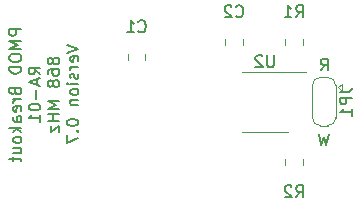
<source format=gbr>
%TF.GenerationSoftware,KiCad,Pcbnew,7.0.10*%
%TF.CreationDate,2024-01-17T20:15:58+01:00*%
%TF.ProjectId,RA01_868,52413031-5f38-4363-982e-6b696361645f,rev?*%
%TF.SameCoordinates,Original*%
%TF.FileFunction,Legend,Bot*%
%TF.FilePolarity,Positive*%
%FSLAX46Y46*%
G04 Gerber Fmt 4.6, Leading zero omitted, Abs format (unit mm)*
G04 Created by KiCad (PCBNEW 7.0.10) date 2024-01-17 20:15:58*
%MOMM*%
%LPD*%
G01*
G04 APERTURE LIST*
%ADD10C,0.150000*%
%ADD11C,0.120000*%
G04 APERTURE END LIST*
D10*
X120419819Y-43371190D02*
X119419819Y-43371190D01*
X119419819Y-43371190D02*
X119419819Y-43752142D01*
X119419819Y-43752142D02*
X119467438Y-43847380D01*
X119467438Y-43847380D02*
X119515057Y-43894999D01*
X119515057Y-43894999D02*
X119610295Y-43942618D01*
X119610295Y-43942618D02*
X119753152Y-43942618D01*
X119753152Y-43942618D02*
X119848390Y-43894999D01*
X119848390Y-43894999D02*
X119896009Y-43847380D01*
X119896009Y-43847380D02*
X119943628Y-43752142D01*
X119943628Y-43752142D02*
X119943628Y-43371190D01*
X120419819Y-44371190D02*
X119419819Y-44371190D01*
X119419819Y-44371190D02*
X120134104Y-44704523D01*
X120134104Y-44704523D02*
X119419819Y-45037856D01*
X119419819Y-45037856D02*
X120419819Y-45037856D01*
X119419819Y-45704523D02*
X119419819Y-45894999D01*
X119419819Y-45894999D02*
X119467438Y-45990237D01*
X119467438Y-45990237D02*
X119562676Y-46085475D01*
X119562676Y-46085475D02*
X119753152Y-46133094D01*
X119753152Y-46133094D02*
X120086485Y-46133094D01*
X120086485Y-46133094D02*
X120276961Y-46085475D01*
X120276961Y-46085475D02*
X120372200Y-45990237D01*
X120372200Y-45990237D02*
X120419819Y-45894999D01*
X120419819Y-45894999D02*
X120419819Y-45704523D01*
X120419819Y-45704523D02*
X120372200Y-45609285D01*
X120372200Y-45609285D02*
X120276961Y-45514047D01*
X120276961Y-45514047D02*
X120086485Y-45466428D01*
X120086485Y-45466428D02*
X119753152Y-45466428D01*
X119753152Y-45466428D02*
X119562676Y-45514047D01*
X119562676Y-45514047D02*
X119467438Y-45609285D01*
X119467438Y-45609285D02*
X119419819Y-45704523D01*
X120419819Y-46561666D02*
X119419819Y-46561666D01*
X119419819Y-46561666D02*
X119419819Y-46799761D01*
X119419819Y-46799761D02*
X119467438Y-46942618D01*
X119467438Y-46942618D02*
X119562676Y-47037856D01*
X119562676Y-47037856D02*
X119657914Y-47085475D01*
X119657914Y-47085475D02*
X119848390Y-47133094D01*
X119848390Y-47133094D02*
X119991247Y-47133094D01*
X119991247Y-47133094D02*
X120181723Y-47085475D01*
X120181723Y-47085475D02*
X120276961Y-47037856D01*
X120276961Y-47037856D02*
X120372200Y-46942618D01*
X120372200Y-46942618D02*
X120419819Y-46799761D01*
X120419819Y-46799761D02*
X120419819Y-46561666D01*
X119896009Y-48656904D02*
X119943628Y-48799761D01*
X119943628Y-48799761D02*
X119991247Y-48847380D01*
X119991247Y-48847380D02*
X120086485Y-48894999D01*
X120086485Y-48894999D02*
X120229342Y-48894999D01*
X120229342Y-48894999D02*
X120324580Y-48847380D01*
X120324580Y-48847380D02*
X120372200Y-48799761D01*
X120372200Y-48799761D02*
X120419819Y-48704523D01*
X120419819Y-48704523D02*
X120419819Y-48323571D01*
X120419819Y-48323571D02*
X119419819Y-48323571D01*
X119419819Y-48323571D02*
X119419819Y-48656904D01*
X119419819Y-48656904D02*
X119467438Y-48752142D01*
X119467438Y-48752142D02*
X119515057Y-48799761D01*
X119515057Y-48799761D02*
X119610295Y-48847380D01*
X119610295Y-48847380D02*
X119705533Y-48847380D01*
X119705533Y-48847380D02*
X119800771Y-48799761D01*
X119800771Y-48799761D02*
X119848390Y-48752142D01*
X119848390Y-48752142D02*
X119896009Y-48656904D01*
X119896009Y-48656904D02*
X119896009Y-48323571D01*
X120419819Y-49323571D02*
X119753152Y-49323571D01*
X119943628Y-49323571D02*
X119848390Y-49371190D01*
X119848390Y-49371190D02*
X119800771Y-49418809D01*
X119800771Y-49418809D02*
X119753152Y-49514047D01*
X119753152Y-49514047D02*
X119753152Y-49609285D01*
X120372200Y-50323571D02*
X120419819Y-50228333D01*
X120419819Y-50228333D02*
X120419819Y-50037857D01*
X120419819Y-50037857D02*
X120372200Y-49942619D01*
X120372200Y-49942619D02*
X120276961Y-49895000D01*
X120276961Y-49895000D02*
X119896009Y-49895000D01*
X119896009Y-49895000D02*
X119800771Y-49942619D01*
X119800771Y-49942619D02*
X119753152Y-50037857D01*
X119753152Y-50037857D02*
X119753152Y-50228333D01*
X119753152Y-50228333D02*
X119800771Y-50323571D01*
X119800771Y-50323571D02*
X119896009Y-50371190D01*
X119896009Y-50371190D02*
X119991247Y-50371190D01*
X119991247Y-50371190D02*
X120086485Y-49895000D01*
X120419819Y-51228333D02*
X119896009Y-51228333D01*
X119896009Y-51228333D02*
X119800771Y-51180714D01*
X119800771Y-51180714D02*
X119753152Y-51085476D01*
X119753152Y-51085476D02*
X119753152Y-50895000D01*
X119753152Y-50895000D02*
X119800771Y-50799762D01*
X120372200Y-51228333D02*
X120419819Y-51133095D01*
X120419819Y-51133095D02*
X120419819Y-50895000D01*
X120419819Y-50895000D02*
X120372200Y-50799762D01*
X120372200Y-50799762D02*
X120276961Y-50752143D01*
X120276961Y-50752143D02*
X120181723Y-50752143D01*
X120181723Y-50752143D02*
X120086485Y-50799762D01*
X120086485Y-50799762D02*
X120038866Y-50895000D01*
X120038866Y-50895000D02*
X120038866Y-51133095D01*
X120038866Y-51133095D02*
X119991247Y-51228333D01*
X120419819Y-51704524D02*
X119419819Y-51704524D01*
X120038866Y-51799762D02*
X120419819Y-52085476D01*
X119753152Y-52085476D02*
X120134104Y-51704524D01*
X120419819Y-52656905D02*
X120372200Y-52561667D01*
X120372200Y-52561667D02*
X120324580Y-52514048D01*
X120324580Y-52514048D02*
X120229342Y-52466429D01*
X120229342Y-52466429D02*
X119943628Y-52466429D01*
X119943628Y-52466429D02*
X119848390Y-52514048D01*
X119848390Y-52514048D02*
X119800771Y-52561667D01*
X119800771Y-52561667D02*
X119753152Y-52656905D01*
X119753152Y-52656905D02*
X119753152Y-52799762D01*
X119753152Y-52799762D02*
X119800771Y-52895000D01*
X119800771Y-52895000D02*
X119848390Y-52942619D01*
X119848390Y-52942619D02*
X119943628Y-52990238D01*
X119943628Y-52990238D02*
X120229342Y-52990238D01*
X120229342Y-52990238D02*
X120324580Y-52942619D01*
X120324580Y-52942619D02*
X120372200Y-52895000D01*
X120372200Y-52895000D02*
X120419819Y-52799762D01*
X120419819Y-52799762D02*
X120419819Y-52656905D01*
X119753152Y-53847381D02*
X120419819Y-53847381D01*
X119753152Y-53418810D02*
X120276961Y-53418810D01*
X120276961Y-53418810D02*
X120372200Y-53466429D01*
X120372200Y-53466429D02*
X120419819Y-53561667D01*
X120419819Y-53561667D02*
X120419819Y-53704524D01*
X120419819Y-53704524D02*
X120372200Y-53799762D01*
X120372200Y-53799762D02*
X120324580Y-53847381D01*
X119753152Y-54180715D02*
X119753152Y-54561667D01*
X119419819Y-54323572D02*
X120276961Y-54323572D01*
X120276961Y-54323572D02*
X120372200Y-54371191D01*
X120372200Y-54371191D02*
X120419819Y-54466429D01*
X120419819Y-54466429D02*
X120419819Y-54561667D01*
X122029819Y-47204523D02*
X121553628Y-46871190D01*
X122029819Y-46633095D02*
X121029819Y-46633095D01*
X121029819Y-46633095D02*
X121029819Y-47014047D01*
X121029819Y-47014047D02*
X121077438Y-47109285D01*
X121077438Y-47109285D02*
X121125057Y-47156904D01*
X121125057Y-47156904D02*
X121220295Y-47204523D01*
X121220295Y-47204523D02*
X121363152Y-47204523D01*
X121363152Y-47204523D02*
X121458390Y-47156904D01*
X121458390Y-47156904D02*
X121506009Y-47109285D01*
X121506009Y-47109285D02*
X121553628Y-47014047D01*
X121553628Y-47014047D02*
X121553628Y-46633095D01*
X121744104Y-47585476D02*
X121744104Y-48061666D01*
X122029819Y-47490238D02*
X121029819Y-47823571D01*
X121029819Y-47823571D02*
X122029819Y-48156904D01*
X121648866Y-48490238D02*
X121648866Y-49252143D01*
X121029819Y-49918809D02*
X121029819Y-50014047D01*
X121029819Y-50014047D02*
X121077438Y-50109285D01*
X121077438Y-50109285D02*
X121125057Y-50156904D01*
X121125057Y-50156904D02*
X121220295Y-50204523D01*
X121220295Y-50204523D02*
X121410771Y-50252142D01*
X121410771Y-50252142D02*
X121648866Y-50252142D01*
X121648866Y-50252142D02*
X121839342Y-50204523D01*
X121839342Y-50204523D02*
X121934580Y-50156904D01*
X121934580Y-50156904D02*
X121982200Y-50109285D01*
X121982200Y-50109285D02*
X122029819Y-50014047D01*
X122029819Y-50014047D02*
X122029819Y-49918809D01*
X122029819Y-49918809D02*
X121982200Y-49823571D01*
X121982200Y-49823571D02*
X121934580Y-49775952D01*
X121934580Y-49775952D02*
X121839342Y-49728333D01*
X121839342Y-49728333D02*
X121648866Y-49680714D01*
X121648866Y-49680714D02*
X121410771Y-49680714D01*
X121410771Y-49680714D02*
X121220295Y-49728333D01*
X121220295Y-49728333D02*
X121125057Y-49775952D01*
X121125057Y-49775952D02*
X121077438Y-49823571D01*
X121077438Y-49823571D02*
X121029819Y-49918809D01*
X122029819Y-51204523D02*
X122029819Y-50633095D01*
X122029819Y-50918809D02*
X121029819Y-50918809D01*
X121029819Y-50918809D02*
X121172676Y-50823571D01*
X121172676Y-50823571D02*
X121267914Y-50728333D01*
X121267914Y-50728333D02*
X121315533Y-50633095D01*
X123068390Y-45966428D02*
X123020771Y-45871190D01*
X123020771Y-45871190D02*
X122973152Y-45823571D01*
X122973152Y-45823571D02*
X122877914Y-45775952D01*
X122877914Y-45775952D02*
X122830295Y-45775952D01*
X122830295Y-45775952D02*
X122735057Y-45823571D01*
X122735057Y-45823571D02*
X122687438Y-45871190D01*
X122687438Y-45871190D02*
X122639819Y-45966428D01*
X122639819Y-45966428D02*
X122639819Y-46156904D01*
X122639819Y-46156904D02*
X122687438Y-46252142D01*
X122687438Y-46252142D02*
X122735057Y-46299761D01*
X122735057Y-46299761D02*
X122830295Y-46347380D01*
X122830295Y-46347380D02*
X122877914Y-46347380D01*
X122877914Y-46347380D02*
X122973152Y-46299761D01*
X122973152Y-46299761D02*
X123020771Y-46252142D01*
X123020771Y-46252142D02*
X123068390Y-46156904D01*
X123068390Y-46156904D02*
X123068390Y-45966428D01*
X123068390Y-45966428D02*
X123116009Y-45871190D01*
X123116009Y-45871190D02*
X123163628Y-45823571D01*
X123163628Y-45823571D02*
X123258866Y-45775952D01*
X123258866Y-45775952D02*
X123449342Y-45775952D01*
X123449342Y-45775952D02*
X123544580Y-45823571D01*
X123544580Y-45823571D02*
X123592200Y-45871190D01*
X123592200Y-45871190D02*
X123639819Y-45966428D01*
X123639819Y-45966428D02*
X123639819Y-46156904D01*
X123639819Y-46156904D02*
X123592200Y-46252142D01*
X123592200Y-46252142D02*
X123544580Y-46299761D01*
X123544580Y-46299761D02*
X123449342Y-46347380D01*
X123449342Y-46347380D02*
X123258866Y-46347380D01*
X123258866Y-46347380D02*
X123163628Y-46299761D01*
X123163628Y-46299761D02*
X123116009Y-46252142D01*
X123116009Y-46252142D02*
X123068390Y-46156904D01*
X122639819Y-47204523D02*
X122639819Y-47014047D01*
X122639819Y-47014047D02*
X122687438Y-46918809D01*
X122687438Y-46918809D02*
X122735057Y-46871190D01*
X122735057Y-46871190D02*
X122877914Y-46775952D01*
X122877914Y-46775952D02*
X123068390Y-46728333D01*
X123068390Y-46728333D02*
X123449342Y-46728333D01*
X123449342Y-46728333D02*
X123544580Y-46775952D01*
X123544580Y-46775952D02*
X123592200Y-46823571D01*
X123592200Y-46823571D02*
X123639819Y-46918809D01*
X123639819Y-46918809D02*
X123639819Y-47109285D01*
X123639819Y-47109285D02*
X123592200Y-47204523D01*
X123592200Y-47204523D02*
X123544580Y-47252142D01*
X123544580Y-47252142D02*
X123449342Y-47299761D01*
X123449342Y-47299761D02*
X123211247Y-47299761D01*
X123211247Y-47299761D02*
X123116009Y-47252142D01*
X123116009Y-47252142D02*
X123068390Y-47204523D01*
X123068390Y-47204523D02*
X123020771Y-47109285D01*
X123020771Y-47109285D02*
X123020771Y-46918809D01*
X123020771Y-46918809D02*
X123068390Y-46823571D01*
X123068390Y-46823571D02*
X123116009Y-46775952D01*
X123116009Y-46775952D02*
X123211247Y-46728333D01*
X123068390Y-47871190D02*
X123020771Y-47775952D01*
X123020771Y-47775952D02*
X122973152Y-47728333D01*
X122973152Y-47728333D02*
X122877914Y-47680714D01*
X122877914Y-47680714D02*
X122830295Y-47680714D01*
X122830295Y-47680714D02*
X122735057Y-47728333D01*
X122735057Y-47728333D02*
X122687438Y-47775952D01*
X122687438Y-47775952D02*
X122639819Y-47871190D01*
X122639819Y-47871190D02*
X122639819Y-48061666D01*
X122639819Y-48061666D02*
X122687438Y-48156904D01*
X122687438Y-48156904D02*
X122735057Y-48204523D01*
X122735057Y-48204523D02*
X122830295Y-48252142D01*
X122830295Y-48252142D02*
X122877914Y-48252142D01*
X122877914Y-48252142D02*
X122973152Y-48204523D01*
X122973152Y-48204523D02*
X123020771Y-48156904D01*
X123020771Y-48156904D02*
X123068390Y-48061666D01*
X123068390Y-48061666D02*
X123068390Y-47871190D01*
X123068390Y-47871190D02*
X123116009Y-47775952D01*
X123116009Y-47775952D02*
X123163628Y-47728333D01*
X123163628Y-47728333D02*
X123258866Y-47680714D01*
X123258866Y-47680714D02*
X123449342Y-47680714D01*
X123449342Y-47680714D02*
X123544580Y-47728333D01*
X123544580Y-47728333D02*
X123592200Y-47775952D01*
X123592200Y-47775952D02*
X123639819Y-47871190D01*
X123639819Y-47871190D02*
X123639819Y-48061666D01*
X123639819Y-48061666D02*
X123592200Y-48156904D01*
X123592200Y-48156904D02*
X123544580Y-48204523D01*
X123544580Y-48204523D02*
X123449342Y-48252142D01*
X123449342Y-48252142D02*
X123258866Y-48252142D01*
X123258866Y-48252142D02*
X123163628Y-48204523D01*
X123163628Y-48204523D02*
X123116009Y-48156904D01*
X123116009Y-48156904D02*
X123068390Y-48061666D01*
X123639819Y-49442619D02*
X122639819Y-49442619D01*
X122639819Y-49442619D02*
X123354104Y-49775952D01*
X123354104Y-49775952D02*
X122639819Y-50109285D01*
X122639819Y-50109285D02*
X123639819Y-50109285D01*
X123639819Y-50585476D02*
X122639819Y-50585476D01*
X123116009Y-50585476D02*
X123116009Y-51156904D01*
X123639819Y-51156904D02*
X122639819Y-51156904D01*
X122973152Y-51537857D02*
X122973152Y-52061666D01*
X122973152Y-52061666D02*
X123639819Y-51537857D01*
X123639819Y-51537857D02*
X123639819Y-52061666D01*
X124249819Y-44704524D02*
X125249819Y-45037857D01*
X125249819Y-45037857D02*
X124249819Y-45371190D01*
X125202200Y-46085476D02*
X125249819Y-45990238D01*
X125249819Y-45990238D02*
X125249819Y-45799762D01*
X125249819Y-45799762D02*
X125202200Y-45704524D01*
X125202200Y-45704524D02*
X125106961Y-45656905D01*
X125106961Y-45656905D02*
X124726009Y-45656905D01*
X124726009Y-45656905D02*
X124630771Y-45704524D01*
X124630771Y-45704524D02*
X124583152Y-45799762D01*
X124583152Y-45799762D02*
X124583152Y-45990238D01*
X124583152Y-45990238D02*
X124630771Y-46085476D01*
X124630771Y-46085476D02*
X124726009Y-46133095D01*
X124726009Y-46133095D02*
X124821247Y-46133095D01*
X124821247Y-46133095D02*
X124916485Y-45656905D01*
X125249819Y-46561667D02*
X124583152Y-46561667D01*
X124773628Y-46561667D02*
X124678390Y-46609286D01*
X124678390Y-46609286D02*
X124630771Y-46656905D01*
X124630771Y-46656905D02*
X124583152Y-46752143D01*
X124583152Y-46752143D02*
X124583152Y-46847381D01*
X125202200Y-47133096D02*
X125249819Y-47228334D01*
X125249819Y-47228334D02*
X125249819Y-47418810D01*
X125249819Y-47418810D02*
X125202200Y-47514048D01*
X125202200Y-47514048D02*
X125106961Y-47561667D01*
X125106961Y-47561667D02*
X125059342Y-47561667D01*
X125059342Y-47561667D02*
X124964104Y-47514048D01*
X124964104Y-47514048D02*
X124916485Y-47418810D01*
X124916485Y-47418810D02*
X124916485Y-47275953D01*
X124916485Y-47275953D02*
X124868866Y-47180715D01*
X124868866Y-47180715D02*
X124773628Y-47133096D01*
X124773628Y-47133096D02*
X124726009Y-47133096D01*
X124726009Y-47133096D02*
X124630771Y-47180715D01*
X124630771Y-47180715D02*
X124583152Y-47275953D01*
X124583152Y-47275953D02*
X124583152Y-47418810D01*
X124583152Y-47418810D02*
X124630771Y-47514048D01*
X125249819Y-47990239D02*
X124583152Y-47990239D01*
X124249819Y-47990239D02*
X124297438Y-47942620D01*
X124297438Y-47942620D02*
X124345057Y-47990239D01*
X124345057Y-47990239D02*
X124297438Y-48037858D01*
X124297438Y-48037858D02*
X124249819Y-47990239D01*
X124249819Y-47990239D02*
X124345057Y-47990239D01*
X125249819Y-48609286D02*
X125202200Y-48514048D01*
X125202200Y-48514048D02*
X125154580Y-48466429D01*
X125154580Y-48466429D02*
X125059342Y-48418810D01*
X125059342Y-48418810D02*
X124773628Y-48418810D01*
X124773628Y-48418810D02*
X124678390Y-48466429D01*
X124678390Y-48466429D02*
X124630771Y-48514048D01*
X124630771Y-48514048D02*
X124583152Y-48609286D01*
X124583152Y-48609286D02*
X124583152Y-48752143D01*
X124583152Y-48752143D02*
X124630771Y-48847381D01*
X124630771Y-48847381D02*
X124678390Y-48895000D01*
X124678390Y-48895000D02*
X124773628Y-48942619D01*
X124773628Y-48942619D02*
X125059342Y-48942619D01*
X125059342Y-48942619D02*
X125154580Y-48895000D01*
X125154580Y-48895000D02*
X125202200Y-48847381D01*
X125202200Y-48847381D02*
X125249819Y-48752143D01*
X125249819Y-48752143D02*
X125249819Y-48609286D01*
X124583152Y-49371191D02*
X125249819Y-49371191D01*
X124678390Y-49371191D02*
X124630771Y-49418810D01*
X124630771Y-49418810D02*
X124583152Y-49514048D01*
X124583152Y-49514048D02*
X124583152Y-49656905D01*
X124583152Y-49656905D02*
X124630771Y-49752143D01*
X124630771Y-49752143D02*
X124726009Y-49799762D01*
X124726009Y-49799762D02*
X125249819Y-49799762D01*
X124249819Y-51228334D02*
X124249819Y-51323572D01*
X124249819Y-51323572D02*
X124297438Y-51418810D01*
X124297438Y-51418810D02*
X124345057Y-51466429D01*
X124345057Y-51466429D02*
X124440295Y-51514048D01*
X124440295Y-51514048D02*
X124630771Y-51561667D01*
X124630771Y-51561667D02*
X124868866Y-51561667D01*
X124868866Y-51561667D02*
X125059342Y-51514048D01*
X125059342Y-51514048D02*
X125154580Y-51466429D01*
X125154580Y-51466429D02*
X125202200Y-51418810D01*
X125202200Y-51418810D02*
X125249819Y-51323572D01*
X125249819Y-51323572D02*
X125249819Y-51228334D01*
X125249819Y-51228334D02*
X125202200Y-51133096D01*
X125202200Y-51133096D02*
X125154580Y-51085477D01*
X125154580Y-51085477D02*
X125059342Y-51037858D01*
X125059342Y-51037858D02*
X124868866Y-50990239D01*
X124868866Y-50990239D02*
X124630771Y-50990239D01*
X124630771Y-50990239D02*
X124440295Y-51037858D01*
X124440295Y-51037858D02*
X124345057Y-51085477D01*
X124345057Y-51085477D02*
X124297438Y-51133096D01*
X124297438Y-51133096D02*
X124249819Y-51228334D01*
X125154580Y-51990239D02*
X125202200Y-52037858D01*
X125202200Y-52037858D02*
X125249819Y-51990239D01*
X125249819Y-51990239D02*
X125202200Y-51942620D01*
X125202200Y-51942620D02*
X125154580Y-51990239D01*
X125154580Y-51990239D02*
X125249819Y-51990239D01*
X124249819Y-52371191D02*
X124249819Y-53037857D01*
X124249819Y-53037857D02*
X125249819Y-52609286D01*
X146443458Y-52209819D02*
X146205363Y-53209819D01*
X146205363Y-53209819D02*
X146014887Y-52495533D01*
X146014887Y-52495533D02*
X145824411Y-53209819D01*
X145824411Y-53209819D02*
X145586316Y-52209819D01*
X145776792Y-46859819D02*
X146110125Y-46383628D01*
X146348220Y-46859819D02*
X146348220Y-45859819D01*
X146348220Y-45859819D02*
X145967268Y-45859819D01*
X145967268Y-45859819D02*
X145872030Y-45907438D01*
X145872030Y-45907438D02*
X145824411Y-45955057D01*
X145824411Y-45955057D02*
X145776792Y-46050295D01*
X145776792Y-46050295D02*
X145776792Y-46193152D01*
X145776792Y-46193152D02*
X145824411Y-46288390D01*
X145824411Y-46288390D02*
X145872030Y-46336009D01*
X145872030Y-46336009D02*
X145967268Y-46383628D01*
X145967268Y-46383628D02*
X146348220Y-46383628D01*
X147409819Y-48696666D02*
X148124104Y-48696666D01*
X148124104Y-48696666D02*
X148266961Y-48649047D01*
X148266961Y-48649047D02*
X148362200Y-48553809D01*
X148362200Y-48553809D02*
X148409819Y-48410952D01*
X148409819Y-48410952D02*
X148409819Y-48315714D01*
X148409819Y-49172857D02*
X147409819Y-49172857D01*
X147409819Y-49172857D02*
X147409819Y-49553809D01*
X147409819Y-49553809D02*
X147457438Y-49649047D01*
X147457438Y-49649047D02*
X147505057Y-49696666D01*
X147505057Y-49696666D02*
X147600295Y-49744285D01*
X147600295Y-49744285D02*
X147743152Y-49744285D01*
X147743152Y-49744285D02*
X147838390Y-49696666D01*
X147838390Y-49696666D02*
X147886009Y-49649047D01*
X147886009Y-49649047D02*
X147933628Y-49553809D01*
X147933628Y-49553809D02*
X147933628Y-49172857D01*
X148409819Y-50696666D02*
X148409819Y-50125238D01*
X148409819Y-50410952D02*
X147409819Y-50410952D01*
X147409819Y-50410952D02*
X147552676Y-50315714D01*
X147552676Y-50315714D02*
X147647914Y-50220476D01*
X147647914Y-50220476D02*
X147695533Y-50125238D01*
X130341666Y-43539580D02*
X130389285Y-43587200D01*
X130389285Y-43587200D02*
X130532142Y-43634819D01*
X130532142Y-43634819D02*
X130627380Y-43634819D01*
X130627380Y-43634819D02*
X130770237Y-43587200D01*
X130770237Y-43587200D02*
X130865475Y-43491961D01*
X130865475Y-43491961D02*
X130913094Y-43396723D01*
X130913094Y-43396723D02*
X130960713Y-43206247D01*
X130960713Y-43206247D02*
X130960713Y-43063390D01*
X130960713Y-43063390D02*
X130913094Y-42872914D01*
X130913094Y-42872914D02*
X130865475Y-42777676D01*
X130865475Y-42777676D02*
X130770237Y-42682438D01*
X130770237Y-42682438D02*
X130627380Y-42634819D01*
X130627380Y-42634819D02*
X130532142Y-42634819D01*
X130532142Y-42634819D02*
X130389285Y-42682438D01*
X130389285Y-42682438D02*
X130341666Y-42730057D01*
X129389285Y-43634819D02*
X129960713Y-43634819D01*
X129674999Y-43634819D02*
X129674999Y-42634819D01*
X129674999Y-42634819D02*
X129770237Y-42777676D01*
X129770237Y-42777676D02*
X129865475Y-42872914D01*
X129865475Y-42872914D02*
X129960713Y-42920533D01*
X143676666Y-57604819D02*
X144009999Y-57128628D01*
X144248094Y-57604819D02*
X144248094Y-56604819D01*
X144248094Y-56604819D02*
X143867142Y-56604819D01*
X143867142Y-56604819D02*
X143771904Y-56652438D01*
X143771904Y-56652438D02*
X143724285Y-56700057D01*
X143724285Y-56700057D02*
X143676666Y-56795295D01*
X143676666Y-56795295D02*
X143676666Y-56938152D01*
X143676666Y-56938152D02*
X143724285Y-57033390D01*
X143724285Y-57033390D02*
X143771904Y-57081009D01*
X143771904Y-57081009D02*
X143867142Y-57128628D01*
X143867142Y-57128628D02*
X144248094Y-57128628D01*
X143295713Y-56700057D02*
X143248094Y-56652438D01*
X143248094Y-56652438D02*
X143152856Y-56604819D01*
X143152856Y-56604819D02*
X142914761Y-56604819D01*
X142914761Y-56604819D02*
X142819523Y-56652438D01*
X142819523Y-56652438D02*
X142771904Y-56700057D01*
X142771904Y-56700057D02*
X142724285Y-56795295D01*
X142724285Y-56795295D02*
X142724285Y-56890533D01*
X142724285Y-56890533D02*
X142771904Y-57033390D01*
X142771904Y-57033390D02*
X143343332Y-57604819D01*
X143343332Y-57604819D02*
X142724285Y-57604819D01*
X143676666Y-42364819D02*
X144009999Y-41888628D01*
X144248094Y-42364819D02*
X144248094Y-41364819D01*
X144248094Y-41364819D02*
X143867142Y-41364819D01*
X143867142Y-41364819D02*
X143771904Y-41412438D01*
X143771904Y-41412438D02*
X143724285Y-41460057D01*
X143724285Y-41460057D02*
X143676666Y-41555295D01*
X143676666Y-41555295D02*
X143676666Y-41698152D01*
X143676666Y-41698152D02*
X143724285Y-41793390D01*
X143724285Y-41793390D02*
X143771904Y-41841009D01*
X143771904Y-41841009D02*
X143867142Y-41888628D01*
X143867142Y-41888628D02*
X144248094Y-41888628D01*
X142724285Y-42364819D02*
X143295713Y-42364819D01*
X143009999Y-42364819D02*
X143009999Y-41364819D01*
X143009999Y-41364819D02*
X143105237Y-41507676D01*
X143105237Y-41507676D02*
X143200475Y-41602914D01*
X143200475Y-41602914D02*
X143295713Y-41650533D01*
X138596666Y-42269580D02*
X138644285Y-42317200D01*
X138644285Y-42317200D02*
X138787142Y-42364819D01*
X138787142Y-42364819D02*
X138882380Y-42364819D01*
X138882380Y-42364819D02*
X139025237Y-42317200D01*
X139025237Y-42317200D02*
X139120475Y-42221961D01*
X139120475Y-42221961D02*
X139168094Y-42126723D01*
X139168094Y-42126723D02*
X139215713Y-41936247D01*
X139215713Y-41936247D02*
X139215713Y-41793390D01*
X139215713Y-41793390D02*
X139168094Y-41602914D01*
X139168094Y-41602914D02*
X139120475Y-41507676D01*
X139120475Y-41507676D02*
X139025237Y-41412438D01*
X139025237Y-41412438D02*
X138882380Y-41364819D01*
X138882380Y-41364819D02*
X138787142Y-41364819D01*
X138787142Y-41364819D02*
X138644285Y-41412438D01*
X138644285Y-41412438D02*
X138596666Y-41460057D01*
X138215713Y-41460057D02*
X138168094Y-41412438D01*
X138168094Y-41412438D02*
X138072856Y-41364819D01*
X138072856Y-41364819D02*
X137834761Y-41364819D01*
X137834761Y-41364819D02*
X137739523Y-41412438D01*
X137739523Y-41412438D02*
X137691904Y-41460057D01*
X137691904Y-41460057D02*
X137644285Y-41555295D01*
X137644285Y-41555295D02*
X137644285Y-41650533D01*
X137644285Y-41650533D02*
X137691904Y-41793390D01*
X137691904Y-41793390D02*
X138263332Y-42364819D01*
X138263332Y-42364819D02*
X137644285Y-42364819D01*
X141816904Y-45584819D02*
X141816904Y-46394342D01*
X141816904Y-46394342D02*
X141769285Y-46489580D01*
X141769285Y-46489580D02*
X141721666Y-46537200D01*
X141721666Y-46537200D02*
X141626428Y-46584819D01*
X141626428Y-46584819D02*
X141435952Y-46584819D01*
X141435952Y-46584819D02*
X141340714Y-46537200D01*
X141340714Y-46537200D02*
X141293095Y-46489580D01*
X141293095Y-46489580D02*
X141245476Y-46394342D01*
X141245476Y-46394342D02*
X141245476Y-45584819D01*
X140816904Y-45680057D02*
X140769285Y-45632438D01*
X140769285Y-45632438D02*
X140674047Y-45584819D01*
X140674047Y-45584819D02*
X140435952Y-45584819D01*
X140435952Y-45584819D02*
X140340714Y-45632438D01*
X140340714Y-45632438D02*
X140293095Y-45680057D01*
X140293095Y-45680057D02*
X140245476Y-45775295D01*
X140245476Y-45775295D02*
X140245476Y-45870533D01*
X140245476Y-45870533D02*
X140293095Y-46013390D01*
X140293095Y-46013390D02*
X140864523Y-46584819D01*
X140864523Y-46584819D02*
X140245476Y-46584819D01*
D11*
%TO.C,JP1*%
X146350000Y-47450000D02*
X145750000Y-47450000D01*
X147550000Y-48000000D02*
X147550000Y-48600000D01*
X145050000Y-48100000D02*
X145050000Y-50900000D01*
X147250000Y-48300000D02*
X147550000Y-48000000D01*
X147250000Y-48300000D02*
X147550000Y-48600000D01*
X147050000Y-50900000D02*
X147050000Y-48100000D01*
X145750000Y-51550000D02*
X146350000Y-51550000D01*
X147050000Y-48150000D02*
G75*
G03*
X146350000Y-47450000I-699999J1D01*
G01*
X145750000Y-47450000D02*
G75*
G03*
X145050000Y-48150000I-1J-699999D01*
G01*
X146350000Y-51550000D02*
G75*
G03*
X147050000Y-50850000I0J700000D01*
G01*
X145050000Y-50850000D02*
G75*
G03*
X145750000Y-51550000I700000J0D01*
G01*
%TO.C,C1*%
X129440000Y-45981252D02*
X129440000Y-45458748D01*
X130910000Y-45981252D02*
X130910000Y-45458748D01*
%TO.C,R2*%
X144245000Y-54382936D02*
X144245000Y-54837064D01*
X142775000Y-54382936D02*
X142775000Y-54837064D01*
%TO.C,R1*%
X144245000Y-44222936D02*
X144245000Y-44677064D01*
X142775000Y-44222936D02*
X142775000Y-44677064D01*
%TO.C,C2*%
X137695000Y-44711252D02*
X137695000Y-44188748D01*
X139165000Y-44711252D02*
X139165000Y-44188748D01*
%TO.C,U2*%
X141055000Y-52090000D02*
X143005000Y-52090000D01*
X141055000Y-52090000D02*
X139105000Y-52090000D01*
X141055000Y-46970000D02*
X144505000Y-46970000D01*
X141055000Y-46970000D02*
X139105000Y-46970000D01*
%TD*%
M02*

</source>
